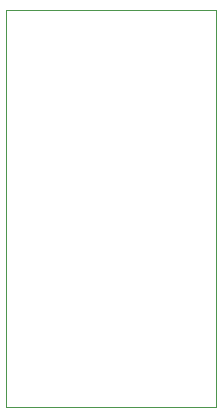
<source format=gbr>
%TF.GenerationSoftware,KiCad,Pcbnew,5.1.9-73d0e3b20d~88~ubuntu20.04.1*%
%TF.CreationDate,2021-07-12T22:59:01-04:00*%
%TF.ProjectId,stm32_breakout,73746d33-325f-4627-9265-616b6f75742e,rev?*%
%TF.SameCoordinates,Original*%
%TF.FileFunction,Profile,NP*%
%FSLAX46Y46*%
G04 Gerber Fmt 4.6, Leading zero omitted, Abs format (unit mm)*
G04 Created by KiCad (PCBNEW 5.1.9-73d0e3b20d~88~ubuntu20.04.1) date 2021-07-12 22:59:01*
%MOMM*%
%LPD*%
G01*
G04 APERTURE LIST*
%TA.AperFunction,Profile*%
%ADD10C,0.100000*%
%TD*%
G04 APERTURE END LIST*
D10*
X144780000Y-95700000D02*
X127000000Y-95700000D01*
X127000000Y-67310000D02*
X127000000Y-62045000D01*
X127000000Y-95700000D02*
X127000000Y-67310000D01*
X127000000Y-62045000D02*
X144780000Y-62045000D01*
X144780000Y-67310000D02*
X144780000Y-95700000D01*
X144780000Y-67310000D02*
X144780000Y-62045000D01*
M02*

</source>
